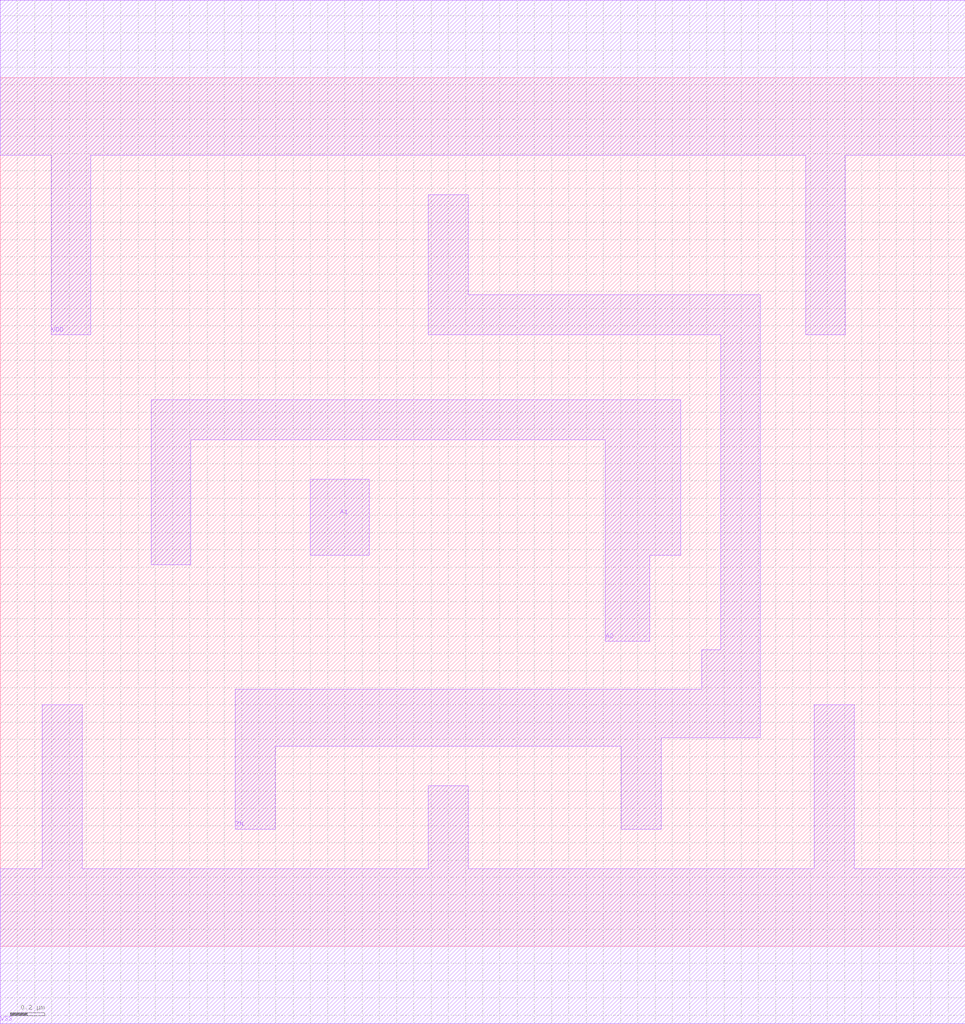
<source format=lef>
# Copyright 2022 GlobalFoundries PDK Authors
#
# Licensed under the Apache License, Version 2.0 (the "License");
# you may not use this file except in compliance with the License.
# You may obtain a copy of the License at
#
#      http://www.apache.org/licenses/LICENSE-2.0
#
# Unless required by applicable law or agreed to in writing, software
# distributed under the License is distributed on an "AS IS" BASIS,
# WITHOUT WARRANTIES OR CONDITIONS OF ANY KIND, either express or implied.
# See the License for the specific language governing permissions and
# limitations under the License.

MACRO gf180mcu_fd_sc_mcu9t5v0__nor2_2
  CLASS core ;
  FOREIGN gf180mcu_fd_sc_mcu9t5v0__nor2_2 0.0 0.0 ;
  ORIGIN 0 0 ;
  SYMMETRY X Y ;
  SITE GF018hv5v_green_sc9 ;
  SIZE 5.6 BY 5.04 ;
  PIN A1
    DIRECTION INPUT ;
    ANTENNAGATEAREA 2.934 ;
    PORT
      LAYER METAL1 ;
        POLYGON 1.8 2.27 2.14 2.27 2.14 2.71 1.8 2.71  ;
    END
  END A1
  PIN A2
    DIRECTION INPUT ;
    ANTENNAGATEAREA 2.934 ;
    PORT
      LAYER METAL1 ;
        POLYGON 0.875 2.215 1.105 2.215 1.105 2.94 3.51 2.94 3.51 1.77 3.77 1.77 3.77 2.27 3.95 2.27 3.95 3.17 0.875 3.17  ;
    END
  END A2
  PIN ZN
    DIRECTION OUTPUT ;
    ANTENNADIFFAREA 1.9999 ;
    PORT
      LAYER METAL1 ;
        POLYGON 2.485 3.55 4.18 3.55 4.18 1.72 4.07 1.72 4.07 1.49 1.365 1.49 1.365 0.68 1.595 0.68 1.595 1.16 3.605 1.16 3.605 0.68 3.835 0.68 3.835 1.21 4.41 1.21 4.41 3.78 2.715 3.78 2.715 4.36 2.485 4.36  ;
    END
  END ZN
  PIN VDD
    DIRECTION INOUT ;
    USE power ;
    SHAPE ABUTMENT ;
    PORT
      LAYER METAL1 ;
        POLYGON 0 4.59 0.295 4.59 0.295 3.55 0.525 3.55 0.525 4.59 4.675 4.59 4.675 3.55 4.905 3.55 4.905 4.59 5.6 4.59 5.6 5.49 0 5.49  ;
    END
  END VDD
  PIN VSS
    DIRECTION INOUT ;
    USE ground ;
    SHAPE ABUTMENT ;
    PORT
      LAYER METAL1 ;
        POLYGON 0 -0.45 5.6 -0.45 5.6 0.45 4.955 0.45 4.955 1.4 4.725 1.4 4.725 0.45 2.715 0.45 2.715 0.93 2.485 0.93 2.485 0.45 0.475 0.45 0.475 1.4 0.245 1.4 0.245 0.45 0 0.45  ;
    END
  END VSS
END gf180mcu_fd_sc_mcu9t5v0__nor2_2

</source>
